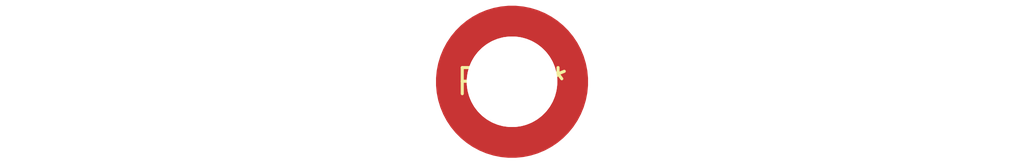
<source format=kicad_pcb>
(kicad_pcb (version 20240108) (generator pcbnew)
  (layers (0 "F.Cu" signal) (31 "B.Cu" signal) (34 "B.Paste" user) (35 "F.Paste" user) (36 "B.SilkS" user "B.Silkscreen") (37 "F.SilkS" user "F.Silkscreen") (38 "B.Mask" user) (39 "F.Mask" user) (44 "Edge.Cuts" user))
  (net 0 "")
  (footprint "Mounting_Wuerth_WA-SMSI-M3_H8mm_9774080360" (layer "F.Cu") (at 0 0)
    (property "Reference" "REF**")
    (property "Value" "Mounting_Wuerth_WA-SMSI-M3_H8mm_9774080360")
    (pad "" np_thru_hole circle (at 0 0) (size 4.4 4.4) (drill 4.4) (layers *.Cu *.Mask))
    (pad "1" smd circle (at -2.95 0) (size 1.1 1.1) (layers "F.Cu"))
    (pad "1" smd circle (at 0 -2.95) (size 1.1 1.1) (layers "F.Cu"))
    (pad "1" smd circle (at 0 2.95) (size 1.1 1.1) (layers "F.Cu"))
    (pad "1" smd custom (at 2.95 0) (size 1.1 1.1) (layers "F.Cu" "F.Mask") (options (clearance outline) (anchor circle)) (primitives (gr_circle (center -2.95 0) (end 0 0) (width 1.5) (fill no))))
  )
)
</source>
